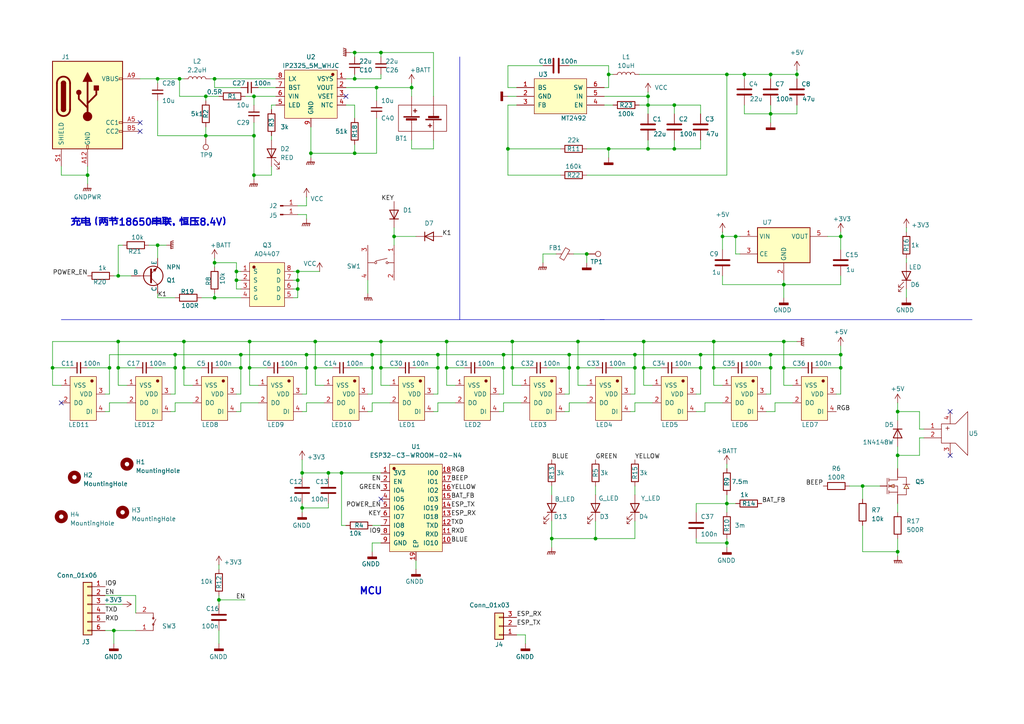
<source format=kicad_sch>
(kicad_sch (version 20231120) (generator "eeschema") (generator_version "8.0")
  (paper "A4")
  (title_block (date "2023-12-04"))
  (junction (at 172.72 156.21))
  (junction (at 72.39 106.68))
  (junction (at 147.32 43.18))
  (junction (at 109.22 25.4))
  (junction (at 73.66 39.37))
  (junction (at 73.66 50.8))
  (junction (at 167.64 106.68))
  (junction (at 107.95 106.68))
  (junction (at 184.15 102.87))
  (junction (at 223.52 106.68))
  (junction (at 146.05 102.87))
  (junction (at 110.49 15.24))
  (junction (at 87.63 137.16))
  (junction (at 165.1 106.68))
  (junction (at 170.18 73.66))
  (junction (at 88.9 102.87))
  (junction (at 59.69 27.94))
  (junction (at 187.96 27.94))
  (junction (at 62.23 76.2))
  (junction (at 119.38 25.4))
  (junction (at 210.82 146.05))
  (junction (at 231.14 21.59))
  (junction (at 68.58 78.74))
  (junction (at 227.33 82.55))
  (junction (at 203.2 106.68))
  (junction (at 260.35 132.08))
  (junction (at 129.54 106.68))
  (junction (at 203.2 102.87))
  (junction (at 114.3 68.58))
  (junction (at 195.58 30.48))
  (junction (at 102.87 44.45))
  (junction (at 243.84 106.68))
  (junction (at 176.53 43.18))
  (junction (at 53.34 106.68))
  (junction (at 52.07 22.86))
  (junction (at 86.36 83.82))
  (junction (at 207.01 99.06))
  (junction (at 187.96 43.18))
  (junction (at 260.35 119.38))
  (junction (at 53.34 99.06))
  (junction (at 127 106.68))
  (junction (at 31.75 106.68))
  (junction (at 45.72 71.12))
  (junction (at 68.58 81.28))
  (junction (at 33.02 182.88))
  (junction (at 186.69 106.68))
  (junction (at 45.72 22.86))
  (junction (at 165.1 102.87))
  (junction (at 69.85 102.87))
  (junction (at 102.87 22.86))
  (junction (at 107.95 102.87))
  (junction (at 207.01 106.68))
  (junction (at 186.69 99.06))
  (junction (at 260.35 160.02))
  (junction (at 195.58 43.18))
  (junction (at 62.23 22.86))
  (junction (at 87.63 147.32))
  (junction (at 110.49 99.06))
  (junction (at 62.23 86.36))
  (junction (at 148.59 106.68))
  (junction (at 215.9 21.59))
  (junction (at 148.59 99.06))
  (junction (at 25.4 50.8))
  (junction (at 86.36 78.74))
  (junction (at 34.29 106.68))
  (junction (at 15.24 106.68))
  (junction (at 86.36 81.28))
  (junction (at 176.53 21.59))
  (junction (at 110.49 106.68))
  (junction (at 72.39 99.06))
  (junction (at 227.33 99.06))
  (junction (at 210.82 21.59))
  (junction (at 34.29 99.06))
  (junction (at 209.55 68.58))
  (junction (at 50.8 102.87))
  (junction (at 184.15 106.68))
  (junction (at 250.19 140.97))
  (junction (at 59.69 39.37))
  (junction (at 73.66 27.94))
  (junction (at 91.44 106.68))
  (junction (at 88.9 106.68))
  (junction (at 167.64 99.06))
  (junction (at 69.85 106.68))
  (junction (at 129.54 99.06))
  (junction (at 91.44 99.06))
  (junction (at 63.5 173.99))
  (junction (at 95.25 137.16))
  (junction (at 223.52 102.87))
  (junction (at 146.05 106.68))
  (junction (at 34.29 80.01))
  (junction (at 127 102.87))
  (junction (at 160.02 156.21))
  (junction (at 99.06 137.16))
  (junction (at 243.84 68.58))
  (junction (at 90.17 44.45))
  (junction (at 187.96 30.48))
  (junction (at 227.33 106.68))
  (junction (at 210.82 157.48))
  (junction (at 223.52 21.59))
  (junction (at 102.87 15.24))
  (junction (at 223.52 33.02))
  (junction (at 213.36 68.58))
  (junction (at 243.84 102.87))
  (junction (at 50.8 106.68))
  (no_connect (at 275.59 132.08))
  (no_connect (at 275.59 119.38))
  (no_connect (at 17.78 116.84))
  (no_connect (at 40.64 35.56))
  (no_connect (at 100.33 27.94))
  (no_connect (at 110.49 144.78))
  (no_connect (at 40.64 38.1))
  (wire (pts (xy 52.07 22.86) (xy 53.34 22.86)))
  (wire (pts (xy 187.96 26.67) (xy 187.96 27.94)))
  (wire (pts (xy 102.87 15.24) (xy 102.87 16.51)))
  (wire (pts (xy 45.72 22.86) (xy 45.72 24.13)))
  (wire (pts (xy 144.78 119.38) (xy 146.05 119.38)))
  (wire (pts (xy 53.34 99.06) (xy 72.39 99.06)))
  (wire (pts (xy 88.9 102.87) (xy 88.9 106.68)))
  (wire (pts (xy 109.22 34.29) (xy 109.22 44.45)))
  (wire (pts (xy 63.5 173.99) (xy 71.12 173.99)))
  (wire (pts (xy 215.9 33.02) (xy 223.52 33.02)))
  (wire (pts (xy 201.93 157.48) (xy 210.82 157.48)))
  (wire (pts (xy 31.75 119.38) (xy 30.48 119.38)))
  (wire (pts (xy 204.47 116.84) (xy 204.47 119.38)))
  (wire (pts (xy 62.23 74.93) (xy 62.23 76.2)))
  (wire (pts (xy 125.73 15.24) (xy 125.73 27.94)))
  (wire (pts (xy 172.72 140.97) (xy 172.72 143.51)))
  (wire (pts (xy 31.75 102.87) (xy 31.75 106.68)))
  (wire (pts (xy 201.93 146.05) (xy 210.82 146.05)))
  (wire (pts (xy 148.59 111.76) (xy 148.59 106.68)))
  (wire (pts (xy 39.37 177.8) (xy 39.37 172.72)))
  (wire (pts (xy 74.93 116.84) (xy 69.85 116.84)))
  (wire (pts (xy 110.49 99.06) (xy 129.54 99.06)))
  (wire (pts (xy 147.32 43.18) (xy 162.56 43.18)))
  (wire (pts (xy 91.44 99.06) (xy 91.44 106.68)))
  (wire (pts (xy 15.24 99.06) (xy 34.29 99.06)))
  (wire (pts (xy 113.03 116.84) (xy 107.95 116.84)))
  (wire (pts (xy 114.3 68.58) (xy 114.3 71.12)))
  (wire (pts (xy 86.36 62.23) (xy 88.9 62.23)))
  (wire (pts (xy 132.08 111.76) (xy 129.54 111.76)))
  (wire (pts (xy 167.64 111.76) (xy 167.64 106.68)))
  (wire (pts (xy 163.83 114.3) (xy 165.1 114.3)))
  (wire (pts (xy 260.35 156.21) (xy 260.35 160.02)))
  (polyline (pts (xy 133.35 92.71) (xy 175.26 92.71)))
  (wire (pts (xy 25.4 50.8) (xy 25.4 53.34)))
  (wire (pts (xy 33.02 182.88) (xy 39.37 182.88)))
  (wire (pts (xy 78.74 30.48) (xy 78.74 31.75)))
  (wire (pts (xy 87.63 133.35) (xy 87.63 137.16)))
  (wire (pts (xy 30.48 175.26) (xy 35.56 175.26)))
  (wire (pts (xy 107.95 157.48) (xy 110.49 157.48)))
  (wire (pts (xy 106.68 114.3) (xy 107.95 114.3)))
  (wire (pts (xy 95.25 137.16) (xy 87.63 137.16)))
  (wire (pts (xy 73.66 50.8) (xy 73.66 52.07)))
  (wire (pts (xy 231.14 20.32) (xy 231.14 21.59)))
  (wire (pts (xy 73.66 39.37) (xy 73.66 50.8)))
  (wire (pts (xy 52.07 27.94) (xy 52.07 22.86)))
  (wire (pts (xy 260.35 146.05) (xy 260.35 148.59)))
  (wire (pts (xy 210.82 50.8) (xy 210.82 21.59)))
  (wire (pts (xy 196.85 106.68) (xy 203.2 106.68)))
  (wire (pts (xy 110.49 16.51) (xy 110.49 15.24)))
  (wire (pts (xy 87.63 146.05) (xy 87.63 147.32)))
  (wire (pts (xy 73.66 35.56) (xy 73.66 39.37)))
  (wire (pts (xy 260.35 132.08) (xy 260.35 135.89)))
  (wire (pts (xy 243.84 80.01) (xy 243.84 82.55)))
  (wire (pts (xy 266.7 119.38) (xy 266.7 124.46)))
  (wire (pts (xy 243.84 68.58) (xy 243.84 72.39)))
  (wire (pts (xy 127 116.84) (xy 127 119.38)))
  (wire (pts (xy 267.97 127) (xy 266.7 127)))
  (wire (pts (xy 114.3 66.04) (xy 114.3 68.58)))
  (wire (pts (xy 127 114.3) (xy 127 106.68)))
  (polyline (pts (xy 133.35 16.51) (xy 133.35 92.71)))
  (wire (pts (xy 149.86 184.15) (xy 152.4 184.15)))
  (wire (pts (xy 34.29 106.68) (xy 39.37 106.68)))
  (wire (pts (xy 176.53 25.4) (xy 175.26 25.4)))
  (wire (pts (xy 73.66 39.37) (xy 59.69 39.37)))
  (wire (pts (xy 53.34 111.76) (xy 53.34 106.68)))
  (wire (pts (xy 209.55 80.01) (xy 209.55 82.55)))
  (wire (pts (xy 229.87 111.76) (xy 227.33 111.76)))
  (wire (pts (xy 127 102.87) (xy 127 106.68)))
  (wire (pts (xy 120.65 162.56) (xy 120.65 165.1)))
  (wire (pts (xy 73.66 27.94) (xy 73.66 30.48)))
  (wire (pts (xy 87.63 119.38) (xy 88.9 119.38)))
  (wire (pts (xy 186.69 106.68) (xy 191.77 106.68)))
  (wire (pts (xy 62.23 86.36) (xy 62.23 85.09)))
  (wire (pts (xy 49.53 119.38) (xy 50.8 119.38)))
  (wire (pts (xy 72.39 99.06) (xy 91.44 99.06)))
  (wire (pts (xy 50.8 116.84) (xy 50.8 119.38)))
  (wire (pts (xy 144.78 114.3) (xy 146.05 114.3)))
  (wire (pts (xy 146.05 102.87) (xy 165.1 102.87)))
  (wire (pts (xy 170.18 50.8) (xy 210.82 50.8)))
  (wire (pts (xy 17.78 48.26) (xy 17.78 50.8)))
  (wire (pts (xy 209.55 68.58) (xy 209.55 72.39)))
  (wire (pts (xy 59.69 29.21) (xy 59.69 27.94)))
  (wire (pts (xy 167.64 99.06) (xy 186.69 99.06)))
  (wire (pts (xy 73.66 27.94) (xy 80.01 27.94)))
  (wire (pts (xy 215.9 21.59) (xy 215.9 22.86)))
  (wire (pts (xy 99.06 152.4) (xy 100.33 152.4)))
  (wire (pts (xy 210.82 146.05) (xy 213.36 146.05)))
  (wire (pts (xy 45.72 71.12) (xy 48.26 71.12)))
  (wire (pts (xy 172.72 156.21) (xy 184.15 156.21)))
  (wire (pts (xy 62.23 25.4) (xy 62.23 22.86)))
  (wire (pts (xy 31.75 116.84) (xy 31.75 119.38)))
  (wire (pts (xy 68.58 83.82) (xy 69.85 83.82)))
  (wire (pts (xy 63.5 106.68) (xy 69.85 106.68)))
  (wire (pts (xy 195.58 40.64) (xy 195.58 43.18)))
  (wire (pts (xy 167.64 106.68) (xy 172.72 106.68)))
  (wire (pts (xy 125.73 114.3) (xy 127 114.3)))
  (wire (pts (xy 243.84 102.87) (xy 243.84 106.68)))
  (wire (pts (xy 176.53 21.59) (xy 177.8 21.59)))
  (wire (pts (xy 95.25 146.05) (xy 95.25 147.32)))
  (wire (pts (xy 162.56 50.8) (xy 147.32 50.8)))
  (wire (pts (xy 110.49 106.68) (xy 115.57 106.68)))
  (wire (pts (xy 189.23 111.76) (xy 186.69 111.76)))
  (wire (pts (xy 201.93 114.3) (xy 203.2 114.3)))
  (wire (pts (xy 209.55 67.31) (xy 209.55 68.58)))
  (wire (pts (xy 86.36 81.28) (xy 86.36 78.74)))
  (wire (pts (xy 72.39 106.68) (xy 77.47 106.68)))
  (wire (pts (xy 90.17 36.83) (xy 90.17 44.45)))
  (wire (pts (xy 165.1 102.87) (xy 165.1 106.68)))
  (wire (pts (xy 147.32 25.4) (xy 149.86 25.4)))
  (wire (pts (xy 266.7 119.38) (xy 260.35 119.38)))
  (wire (pts (xy 229.87 116.84) (xy 224.79 116.84)))
  (wire (pts (xy 215.9 21.59) (xy 223.52 21.59)))
  (wire (pts (xy 266.7 127) (xy 266.7 132.08)))
  (wire (pts (xy 101.6 106.68) (xy 107.95 106.68)))
  (wire (pts (xy 187.96 43.18) (xy 187.96 40.64)))
  (wire (pts (xy 33.02 80.01) (xy 34.29 80.01)))
  (wire (pts (xy 99.06 137.16) (xy 110.49 137.16)))
  (wire (pts (xy 222.25 119.38) (xy 224.79 119.38)))
  (wire (pts (xy 62.23 86.36) (xy 69.85 86.36)))
  (wire (pts (xy 157.48 73.66) (xy 157.48 76.2)))
  (wire (pts (xy 93.98 111.76) (xy 91.44 111.76)))
  (wire (pts (xy 45.72 86.36) (xy 50.8 86.36)))
  (wire (pts (xy 209.55 116.84) (xy 204.47 116.84)))
  (wire (pts (xy 184.15 102.87) (xy 184.15 106.68)))
  (wire (pts (xy 55.88 116.84) (xy 50.8 116.84)))
  (wire (pts (xy 182.88 114.3) (xy 184.15 114.3)))
  (wire (pts (xy 227.33 111.76) (xy 227.33 106.68)))
  (wire (pts (xy 186.69 111.76) (xy 186.69 106.68)))
  (wire (pts (xy 68.58 114.3) (xy 69.85 114.3)))
  (wire (pts (xy 119.38 40.64) (xy 119.38 43.18)))
  (wire (pts (xy 62.23 22.86) (xy 80.01 22.86)))
  (wire (pts (xy 177.8 106.68) (xy 184.15 106.68)))
  (wire (pts (xy 267.97 124.46) (xy 266.7 124.46)))
  (wire (pts (xy 151.13 111.76) (xy 148.59 111.76)))
  (wire (pts (xy 60.96 22.86) (xy 62.23 22.86)))
  (wire (pts (xy 102.87 22.86) (xy 110.49 22.86)))
  (wire (pts (xy 160.02 156.21) (xy 160.02 158.75)))
  (wire (pts (xy 250.19 140.97) (xy 246.38 140.97)))
  (wire (pts (xy 107.95 116.84) (xy 107.95 119.38)))
  (wire (pts (xy 243.84 67.31) (xy 243.84 68.58)))
  (wire (pts (xy 147.32 50.8) (xy 147.32 43.18)))
  (wire (pts (xy 69.85 119.38) (xy 68.58 119.38)))
  (wire (pts (xy 187.96 30.48) (xy 187.96 33.02)))
  (wire (pts (xy 210.82 158.75) (xy 210.82 157.48)))
  (wire (pts (xy 217.17 106.68) (xy 223.52 106.68)))
  (wire (pts (xy 99.06 137.16) (xy 99.06 152.4)))
  (wire (pts (xy 82.55 106.68) (xy 88.9 106.68)))
  (wire (pts (xy 184.15 116.84) (xy 184.15 119.38)))
  (wire (pts (xy 95.25 137.16) (xy 99.06 137.16)))
  (wire (pts (xy 146.05 102.87) (xy 146.05 106.68)))
  (wire (pts (xy 88.9 59.69) (xy 86.36 59.69)))
  (wire (pts (xy 172.72 151.13) (xy 172.72 156.21)))
  (wire (pts (xy 63.5 173.99) (xy 63.5 175.26)))
  (wire (pts (xy 34.29 111.76) (xy 34.29 106.68)))
  (wire (pts (xy 59.69 27.94) (xy 52.07 27.94)))
  (wire (pts (xy 160.02 140.97) (xy 160.02 143.51)))
  (wire (pts (xy 114.3 68.58) (xy 120.65 68.58)))
  (wire (pts (xy 109.22 25.4) (xy 119.38 25.4)))
  (wire (pts (xy 176.53 43.18) (xy 176.53 45.72)))
  (wire (pts (xy 203.2 102.87) (xy 203.2 106.68)))
  (wire (pts (xy 68.58 81.28) (xy 69.85 81.28)))
  (wire (pts (xy 86.36 83.82) (xy 86.36 81.28)))
  (wire (pts (xy 203.2 30.48) (xy 195.58 30.48)))
  (wire (pts (xy 215.9 33.02) (xy 215.9 30.48)))
  (wire (pts (xy 210.82 21.59) (xy 185.42 21.59)))
  (wire (pts (xy 139.7 106.68) (xy 146.05 106.68)))
  (wire (pts (xy 69.85 78.74) (xy 68.58 78.74)))
  (wire (pts (xy 59.69 27.94) (xy 63.5 27.94)))
  (wire (pts (xy 210.82 143.51) (xy 210.82 146.05)))
  (wire (pts (xy 55.88 111.76) (xy 53.34 111.76)))
  (wire (pts (xy 36.83 116.84) (xy 31.75 116.84)))
  (wire (pts (xy 69.85 114.3) (xy 69.85 106.68)))
  (wire (pts (xy 210.82 134.62) (xy 210.82 135.89)))
  (wire (pts (xy 195.58 33.02) (xy 195.58 30.48)))
  (wire (pts (xy 158.75 106.68) (xy 165.1 106.68)))
  (wire (pts (xy 31.75 114.3) (xy 31.75 106.68)))
  (wire (pts (xy 91.44 99.06) (xy 110.49 99.06)))
  (wire (pts (xy 88.9 114.3) (xy 88.9 106.68)))
  (wire (pts (xy 72.39 111.76) (xy 72.39 106.68)))
  (wire (pts (xy 186.69 99.06) (xy 207.01 99.06)))
  (wire (pts (xy 40.64 22.86) (xy 45.72 22.86)))
  (wire (pts (xy 149.86 30.48) (xy 147.32 30.48)))
  (wire (pts (xy 95.25 137.16) (xy 95.25 138.43)))
  (wire (pts (xy 184.15 102.87) (xy 203.2 102.87)))
  (wire (pts (xy 160.02 151.13) (xy 160.02 156.21)))
  (wire (pts (xy 45.72 39.37) (xy 59.69 39.37)))
  (wire (pts (xy 250.19 140.97) (xy 255.27 140.97)))
  (wire (pts (xy 39.37 172.72) (xy 30.48 172.72)))
  (wire (pts (xy 125.73 40.64) (xy 125.73 43.18)))
  (wire (pts (xy 53.34 99.06) (xy 53.34 106.68)))
  (wire (pts (xy 30.48 114.3) (xy 31.75 114.3)))
  (wire (pts (xy 262.89 66.04) (xy 262.89 67.31)))
  (wire (pts (xy 148.59 106.68) (xy 153.67 106.68)))
  (wire (pts (xy 88.9 102.87) (xy 107.95 102.87)))
  (wire (pts (xy 250.19 144.78) (xy 250.19 140.97)))
  (wire (pts (xy 222.25 114.3) (xy 223.52 114.3)))
  (wire (pts (xy 87.63 147.32) (xy 87.63 148.59)))
  (wire (pts (xy 260.35 160.02) (xy 260.35 161.29)))
  (wire (pts (xy 25.4 106.68) (xy 31.75 106.68)))
  (wire (pts (xy 243.84 100.33) (xy 243.84 102.87)))
  (wire (pts (xy 147.32 30.48) (xy 147.32 43.18)))
  (wire (pts (xy 68.58 76.2) (xy 68.58 78.74)))
  (wire (pts (xy 93.98 116.84) (xy 88.9 116.84)))
  (wire (pts (xy 175.26 30.48) (xy 177.8 30.48)))
  (wire (pts (xy 227.33 81.28) (xy 227.33 82.55)))
  (wire (pts (xy 78.74 39.37) (xy 78.74 40.64)))
  (polyline (pts (xy 17.78 92.71) (xy 133.35 92.71)))
  (wire (pts (xy 58.42 86.36) (xy 62.23 86.36)))
  (wire (pts (xy 224.79 116.84) (xy 224.79 119.38)))
  (wire (pts (xy 113.03 111.76) (xy 110.49 111.76)))
  (wire (pts (xy 50.8 114.3) (xy 50.8 106.68)))
  (wire (pts (xy 109.22 25.4) (xy 109.22 29.21)))
  (wire (pts (xy 175.26 27.94) (xy 187.96 27.94)))
  (wire (pts (xy 72.39 99.06) (xy 72.39 106.68)))
  (wire (pts (xy 129.54 106.68) (xy 134.62 106.68)))
  (wire (pts (xy 227.33 82.55) (xy 243.84 82.55)))
  (wire (pts (xy 203.2 43.18) (xy 195.58 43.18)))
  (wire (pts (xy 203.2 40.64) (xy 203.2 43.18)))
  (wire (pts (xy 129.54 99.06) (xy 148.59 99.06)))
  (wire (pts (xy 74.93 25.4) (xy 80.01 25.4)))
  (wire (pts (xy 207.01 111.76) (xy 207.01 106.68)))
  (wire (pts (xy 100.33 22.86) (xy 102.87 22.86)))
  (wire (pts (xy 203.2 114.3) (xy 203.2 106.68)))
  (wire (pts (xy 243.84 114.3) (xy 243.84 106.68)))
  (wire (pts (xy 201.93 148.59) (xy 201.93 146.05)))
  (wire (pts (xy 165.1 114.3) (xy 165.1 106.68)))
  (wire (pts (xy 185.42 30.48) (xy 187.96 30.48)))
  (wire (pts (xy 109.22 44.45) (xy 102.87 44.45)))
  (wire (pts (xy 146.05 114.3) (xy 146.05 106.68)))
  (wire (pts (xy 15.24 111.76) (xy 15.24 106.68)))
  (wire (pts (xy 176.53 43.18) (xy 187.96 43.18)))
  (wire (pts (xy 227.33 99.06) (xy 227.33 106.68)))
  (wire (pts (xy 86.36 78.74) (xy 92.71 78.74)))
  (wire (pts (xy 125.73 15.24) (xy 110.49 15.24)))
  (wire (pts (xy 189.23 116.84) (xy 184.15 116.84)))
  (wire (pts (xy 223.52 33.02) (xy 223.52 35.56)))
  (wire (pts (xy 182.88 119.38) (xy 184.15 119.38)))
  (wire (pts (xy 167.64 99.06) (xy 167.64 106.68)))
  (wire (pts (xy 15.24 106.68) (xy 20.32 106.68)))
  (wire (pts (xy 63.5 163.83) (xy 63.5 165.1)))
  (wire (pts (xy 102.87 15.24) (xy 101.6 15.24)))
  (wire (pts (xy 147.32 19.05) (xy 147.32 25.4)))
  (wire (pts (xy 49.53 114.3) (xy 50.8 114.3)))
  (wire (pts (xy 62.23 76.2) (xy 62.23 77.47)))
  (wire (pts (xy 201.93 156.21) (xy 201.93 157.48)))
  (wire (pts (xy 132.08 116.84) (xy 127 116.84)))
  (wire (pts (xy 231.14 22.86) (xy 231.14 21.59)))
  (wire (pts (xy 260.35 132.08) (xy 260.35 129.54)))
  (wire (pts (xy 231.14 30.48) (xy 231.14 33.02)))
  (wire (pts (xy 90.17 44.45) (xy 102.87 44.45)))
  (wire (pts (xy 63.5 172.72) (xy 63.5 173.99)))
  (wire (pts (xy 50.8 102.87) (xy 50.8 106.68)))
  (wire (pts (xy 68.58 81.28) (xy 68.58 83.82)))
  (wire (pts (xy 87.63 114.3) (xy 88.9 114.3)))
  (wire (pts (xy 163.83 119.38) (xy 165.1 119.38)))
  (wire (pts (xy 110.49 99.06) (xy 110.49 106.68)))
  (wire (pts (xy 152.4 184.15) (xy 152.4 186.69)))
  (wire (pts (xy 170.18 116.84) (xy 165.1 116.84)))
  (wire (pts (xy 129.54 111.76) (xy 129.54 106.68)))
  (wire (pts (xy 165.1 116.84) (xy 165.1 119.38)))
  (wire (pts (xy 45.72 74.93) (xy 45.72 71.12)))
  (wire (pts (xy 223.52 114.3) (xy 223.52 106.68)))
  (wire (pts (xy 149.86 27.94) (xy 147.32 27.94)))
  (wire (pts (xy 148.59 99.06) (xy 148.59 106.68)))
  (wire (pts (xy 50.8 102.87) (xy 69.85 102.87)))
  (wire (pts (xy 45.72 86.36) (xy 45.72 85.09)))
  (wire (pts (xy 120.65 106.68) (xy 127 106.68)))
  (wire (pts (xy 106.68 81.28) (xy 106.68 85.09)))
  (wire (pts (xy 88.9 62.23) (xy 88.9 63.5)))
  (wire (pts (xy 203.2 33.02) (xy 203.2 30.48)))
  (wire (pts (xy 31.75 102.87) (xy 50.8 102.87)))
  (wire (pts (xy 165.1 102.87) (xy 184.15 102.87)))
  (wire (pts (xy 102.87 30.48) (xy 102.87 34.29)))
  (wire (pts (xy 86.36 86.36) (xy 86.36 83.82)))
  (wire (pts (xy 223.52 102.87) (xy 223.52 106.68)))
  (wire (pts (xy 34.29 80.01) (xy 34.29 71.12)))
  (wire (pts (xy 170.18 43.18) (xy 176.53 43.18)))
  (wire (pts (xy 223.52 33.02) (xy 231.14 33.02)))
  (wire (pts (xy 74.93 111.76) (xy 72.39 111.76)))
  (wire (pts (xy 119.38 25.4) (xy 119.38 27.94)))
  (wire (pts (xy 119.38 43.18) (xy 125.73 43.18)))
  (wire (pts (xy 102.87 21.59) (xy 102.87 22.86)))
  (wire (pts (xy 107.95 102.87) (xy 127 102.87)))
  (wire (pts (xy 237.49 106.68) (xy 243.84 106.68)))
  (wire (pts (xy 160.02 156.21) (xy 172.72 156.21)))
  (wire (pts (xy 165.1 19.05) (xy 176.53 19.05)))
  (wire (pts (xy 213.36 73.66) (xy 214.63 73.66)))
  (wire (pts (xy 146.05 116.84) (xy 146.05 119.38)))
  (wire (pts (xy 45.72 22.86) (xy 52.07 22.86)))
  (wire (pts (xy 106.68 119.38) (xy 107.95 119.38)))
  (wire (pts (xy 262.89 83.82) (xy 262.89 86.36)))
  (wire (pts (xy 186.69 99.06) (xy 186.69 106.68)))
  (wire (pts (xy 85.09 86.36) (xy 86.36 86.36)))
  (wire (pts (xy 210.82 146.05) (xy 210.82 148.59)))
  (wire (pts (xy 34.29 99.06) (xy 53.34 99.06)))
  (wire (pts (xy 91.44 106.68) (xy 96.52 106.68)))
  (wire (pts (xy 36.83 111.76) (xy 34.29 111.76)))
  (wire (pts (xy 110.49 15.24) (xy 102.87 15.24)))
  (wire (pts (xy 209.55 111.76) (xy 207.01 111.76)))
  (wire (pts (xy 25.4 48.26) (xy 25.4 50.8)))
  (wire (pts (xy 78.74 48.26) (xy 78.74 50.8)))
  (wire (pts (xy 30.48 182.88) (xy 33.02 182.88)))
  (wire (pts (xy 69.85 102.87) (xy 69.85 106.68)))
  (wire (pts (xy 17.78 111.76) (xy 15.24 111.76)))
  (wire (pts (xy 262.89 74.93) (xy 262.89 76.2)))
  (wire (pts (xy 45.72 29.21) (xy 45.72 39.37)))
  (wire (pts (xy 127 102.87) (xy 146.05 102.87)))
  (wire (pts (xy 85.09 78.74) (xy 86.36 78.74)))
  (polyline (pts (xy 175.26 92.71) (xy 281.94 92.71)))
  (wire (pts (xy 87.63 137.16) (xy 87.63 138.43)))
  (wire (pts (xy 102.87 41.91) (xy 102.87 44.45)))
  (wire (pts (xy 71.12 27.94) (xy 73.66 27.94)))
  (wire (pts (xy 68.58 78.74) (xy 68.58 81.28)))
  (wire (pts (xy 34.29 80.01) (xy 38.1 80.01)))
  (wire (pts (xy 44.45 106.68) (xy 50.8 106.68)))
  (wire (pts (xy 176.53 19.05) (xy 176.53 21.59)))
  (wire (pts (xy 157.48 73.66) (xy 161.29 73.66)))
  (wire (pts (xy 85.09 81.28) (xy 86.36 81.28)))
  (wire (pts (xy 59.69 36.83) (xy 59.69 39.37)))
  (wire (pts (xy 34.29 99.06) (xy 34.29 106.68)))
  (wire (pts (xy 240.03 68.58) (xy 243.84 68.58)))
  (wire (pts (xy 107.95 102.87) (xy 107.95 106.68)))
  (wire (pts (xy 85.09 83.82) (xy 86.36 83.82)))
  (wire (pts (xy 151.13 116.84) (xy 146.05 116.84)))
  (wire (pts (xy 187.96 27.94) (xy 187.96 30.48)))
  (wire (pts (xy 157.48 19.05) (xy 147.32 19.05)))
  (wire (pts (xy 110.49 22.86) (xy 110.49 21.59)))
  (wire (pts (xy 201.93 119.38) (xy 204.47 119.38)))
  (wire (pts (xy 210.82 21.59) (xy 215.9 21.59)))
  (wire (pts (xy 33.02 182.88) (xy 33.02 186.69)))
  (wire (pts (xy 242.57 114.3) (xy 243.84 114.3)))
  (wire (pts (xy 223.52 21.59) (xy 231.14 21.59)))
  (wire (pts (xy 195.58 43.18) (xy 187.96 43.18)))
  (wire (pts (xy 91.44 111.76) (xy 91.44 106.68)))
  (wire (pts (xy 203.2 102.87) (xy 223.52 102.87)))
  (wire (pts (xy 107.95 152.4) (xy 110.49 152.4)))
  (wire (pts (xy 17.78 50.8) (xy 25.4 50.8)))
  (wire (pts (xy 107.95 114.3) (xy 107.95 106.68)))
  (wire (pts (xy 78.74 50.8) (xy 73.66 50.8)))
  (wire (pts (xy 127 119.38) (xy 125.73 119.38)))
  (wire (pts (xy 119.38 24.13) (xy 119.38 25.4)))
  (wire (pts (xy 90.17 44.45) (xy 90.17 45.72)))
  (wire (pts (xy 170.18 73.66) (xy 170.18 76.2)))
  (wire (pts (xy 250.19 160.02) (xy 250.19 152.4)))
  (wire (pts (xy 231.14 99.06) (xy 227.33 99.06)))
  (wire (pts (xy 207.01 106.68) (xy 212.09 106.68)))
  (wire (pts (xy 223.52 102.87) (xy 243.84 102.87)))
  (wire (pts (xy 166.37 73.66) (xy 170.18 73.66)))
  (wire (pts (xy 250.19 160.02) (xy 260.35 160.02)))
  (wire (pts (xy 260.35 116.84) (xy 260.35 119.38)))
  (wire (pts (xy 223.52 30.48) (xy 223.52 33.02)))
  (wire (pts (xy 213.36 73.66) (xy 213.36 68.58)))
  (wire (pts (xy 100.33 30.48) (xy 102.87 30.48)))
  (wire (pts (xy 210.82 157.48) (xy 210.82 156.21)))
  (wire (pts (xy 184.15 151.13) (xy 184.15 156.21)))
  (wire (pts (xy 266.7 132.08) (xy 260.35 132.08)))
  (wire (pts (xy 223.52 22.86) (xy 223.52 21.59)))
  (wire (pts (xy 107.95 157.48) (xy 107.95 160.02)))
  (wire (pts (xy 45.72 71.12) (xy 43.18 71.12)))
  (wire (pts (xy 129.54 99.06) (xy 129.54 106.68)))
  (wire (pts (xy 176.53 21.59) (xy 176.53 25.4)))
  (wire (pts (xy 69.85 102.87) (xy 88.9 102.87)))
  (wire (pts (xy 227.33 82.55) (xy 227.33 86.36)))
  (wire (pts (xy 80.01 30.48) (xy 78.74 30.48)))
  (wire (pts (xy 170.18 111.76) (xy 167.64 111.76)))
  (wire (pts (xy 69.85 116.84) (xy 69.85 119.38)))
  (wire (pts (xy 34.29 71.12) (xy 35.56 71.12)))
  (wire (pts (xy 227.33 106.68) (xy 232.41 106.68)))
  (wire (pts (xy 209.55 82.55) (xy 227.33 82.55)))
  (wire (pts (xy 62.23 25.4) (xy 69.85 25.4)))
  (polyline (pts (xy 175.26 92.71) (xy 173.99 92.71)))
  (wire (pts (xy 260.35 119.38) (xy 260.35 121.92)))
  (wire (pts (xy 88.9 57.15) (xy 88.9 59.69)))
  (wire (pts (xy 63.5 182.88) (xy 63.5 186.69)))
  (wire (pts (xy 207.01 99.06) (xy 227.33 99.06)))
  (wire (pts (xy 184.15 114.3) (xy 184.15 106.68)))
  (wire (pts (xy 184.15 140.97) (xy 184.15 143.51)))
  (wire (pts (xy 110.49 111.76) (xy 110.49 106.68)))
  (wire (pts (xy 148.59 99.06) (xy 167.64 99.06)))
  (wire (pts (xy 209.55 68.58) (xy 213.36 68.58)))
  (wire (pts (xy 88.9 116.84) (xy 88.9 119.38)))
  (wire (pts (xy 207.01 99.06) (xy 207.01 106.68)))
  (wire (pts (xy 95.25 147.32) (xy 87.63 147.32)))
  (wire (pts (xy 15.24 99.06) (xy 15.24 106.68)))
  (wire (pts (xy 62.23 76.2) (xy 68.58 76.2)))
  (wire (pts (xy 213.36 68.58) (xy 214.63 68.58)))
  (wire (pts (xy 100.33 25.4) (xy 109.22 25.4)))
  (wire (pts (xy 53.34 106.68) (xy 58.42 106.68)))
  (wire (pts (xy 195.58 30.48) (xy 187.96 30.48)))
  (text "充电（两节18650串联，恒压8.4V）" (at 20.32 65.786 0) (effects (font (size 2 2) (thickness 0.4) (bold yes)) (justify left bottom)))
  (text "MCU" (at 104.14 172.72 0) (effects (font (size 2 2) (thickness 0.4) (bold yes)) (justify left bottom)))
  (label "TXD" (at 130.81 152.4 0))
  (label "TXD" (at 30.48 177.8 0))
  (label "POWER_EN" (at 25.4 80.01 180))
  (label "EN" (at 30.48 172.72 0))
  (label "IO9" (at 30.48 170.18 0))
  (label "YELLOW" (at 130.81 142.24 0))
  (label "POWER_EN" (at 110.49 147.32 180))
  (label "EN" (at 110.49 139.7 180))
  (label "EN" (at 71.12 173.99 180))
  (label "K1" (at 45.72 86.36 0))
  (label "KEY" (at 114.3 58.42 180))
  (label "K1" (at 128.27 68.58 0))
  (label "RGB" (at 130.81 137.16 0))
  (label "ESP_TX" (at 130.81 147.32 0))
  (label "RXD" (at 30.48 180.34 0))
  (label "KEY" (at 110.49 149.86 180))
  (label "IO9" (at 110.49 154.94 180))
  (label "RXD" (at 130.81 154.94 0))
  (label "BAT_FB" (at 130.81 144.78 0))
  (label "BEEP" (at 238.76 140.97 180))
  (label "RGB" (at 242.57 119.38 0))
  (label "GREEN" (at 172.72 133.35 0))
  (label "BLUE" (at 160.02 133.35 0))
  (label "BLUE" (at 130.81 157.48 0))
  (label "ESP_RX" (at 130.81 149.86 0))
  (label "ESP_RX" (at 149.86 179.07 0))
  (label "GREEN" (at 110.49 142.24 180))
  (label "ESP_TX" (at 149.86 181.61 0))
  (label "BAT_FB" (at 220.98 146.05 0))
  (label "YELLOW" (at 184.15 133.35 0))
  (label "BEEP" (at 130.81 139.7 0))
  (symbol (lib_id "Connector:Conn_01x01_Pin") (at 81.28 62.23 0) (unit 1)
    (property "Reference" "J5" (at 79.248 62.484 0))
    (property "Value" "Conn_01x01_Pin" (effects (hide yes)))
    (property "Footprint" "TestPoint:TestPoint_Pad_D4.0mm" (effects (hide yes)))
    (property "Description" "Generic connector, single row, 01x01, script generated" (effects (hide yes)))
  )
  (symbol (lib_id "power:+BATT") (at 119.38 24.13 0) (unit 1)
    (property "Reference" "#PWR03" (effects (hide yes)))
    (property "Value" "+BATT" (at 121.92 20.32 0))
  )
  (symbol (lib_id "Device:C") (at 195.58 36.83 0) (mirror y) (unit 1)
    (property "Reference" "C2" (at 196.85 34.544 0) (effects (justify right)))
    (property "Value" "100n" (at 197.104 38.862 0) (effects (justify right)))
    (property "Footprint" "Capacitor_SMD:C_0603_1608Metric_Pad1.08x0.95mm_HandSolder" (effects (hide yes)))
    (property "Description" "Unpolarized capacitor" (effects (hide yes)))
  )
  (symbol (lib_id "Device:LED") (at 184.15 147.32 270) (mirror x) (unit 1)
    (property "Reference" "D4" (at 186.69 149.86 90))
    (property "Value" "Y_LED" (at 188.722 144.526 90))
    (property "Footprint" "LED_SMD:LED_0603_1608Metric_Pad1.05x0.95mm_HandSolder" (effects (hide yes)))
  )
  (symbol (lib_id "Device:C_Small") (at 80.01 106.68 90) (unit 1)
    (property "Reference" "C6" (at 78.74 105.41 90) (effects (justify left)))
    (property "Value" "100n" (at 86.36 105.41 90) (effects (justify left)))
    (property "Footprint" "Capacitor_SMD:C_0603_1608Metric_Pad1.08x0.95mm_HandSolder" (effects (hide yes)))
  )
  (symbol (lib_id "power:GNDPWR") (at 25.4 53.34 0) (unit 1)
    (property "Reference" "#PWR02" (effects (hide yes)))
    (property "Value" "GNDPWR" (at 25.4 57.15 0))
  )
  (symbol (lib_id "Device:C_Small") (at 118.11 106.68 90) (unit 1)
    (property "Reference" "C30" (at 116.84 105.41 90) (effects (justify left)))
    (property "Value" "100n" (at 124.46 105.41 90) (effects (justify left)))
    (property "Footprint" "Capacitor_SMD:C_0603_1608Metric_Pad1.08x0.95mm_HandSolder" (effects (hide yes)))
  )
  (symbol (lib_id "Device:C") (at 161.29 19.05 90) (mirror x) (unit 1)
    (property "Reference" "C18" (at 156.21 17.78 90) (effects (justify right)))
    (property "Value" "100n" (at 162.56 17.78 90) (effects (justify right)))
    (property "Footprint" "Capacitor_SMD:C_0603_1608Metric_Pad1.08x0.95mm_HandSolder" (effects (hide yes)))
    (property "Description" "Unpolarized capacitor" (effects (hide yes)))
  )
  (symbol (lib_id "Device:R") (at 29.21 80.01 90) (mirror x) (unit 1)
    (property "Reference" "R20" (at 28.956 81.788 90))
    (property "Value" "1k" (at 29.718 77.724 90))
    (property "Footprint" "Resistor_SMD:R_0603_1608Metric_Pad0.98x0.95mm_HandSolder" (effects (hide yes)))
    (property "Description" "Resistor" (effects (hide yes)))
  )
  (symbol (lib_id "power:GNDPWR") (at 101.6 15.24 270) (unit 1)
    (property "Reference" "#PWR035" (effects (hide yes)))
    (property "Value" "GNDPWR" (effects (hide yes)))
  )
  (symbol (lib_id "Device:R") (at 160.02 137.16 0) (mirror y) (unit 1)
    (property "Reference" "R13" (at 160.02 137.16 90))
    (property "Value" "3k" (at 162.56 137.16 0))
    (property "Footprint" "Resistor_SMD:R_0603_1608Metric_Pad0.98x0.95mm_HandSolder" (effects (hide yes)))
  )
  (symbol (lib_id "power:GNDD") (at 152.4 186.69 0) (unit 1)
    (property "Reference" "#PWR030" (effects (hide yes)))
    (property "Value" "GNDD" (at 154.94 190.5 0) (effects (justify right)))
  )
  (symbol (lib_id "power:GNDPWR") (at 160.02 158.75 0) (unit 1)
    (property "Reference" "#PWR042" (effects (hide yes)))
    (property "Value" "GNDPWR" (effects (hide yes)))
  )
  (symbol (lib_id "power:GNDPWR") (at 106.68 85.09 0) (mirror y) (unit 1)
    (property "Reference" "#PWR07" (effects (hide yes)))
    (property "Value" "GNDPWR" (effects (hide yes)))
  )
  (symbol (lib_id "Device:C_Small") (at 102.87 19.05 0) (mirror x) (unit 1)
    (property "Reference" "C10" (at 104.14 20.32 0) (effects (justify left)))
    (property "Value" "22u" (at 104.14 17.78 0) (effects (justify left)))
    (property "Footprint" "Capacitor_SMD:C_0805_2012Metric_Pad1.18x1.45mm_HandSolder" (effects (hide yes)))
  )
  (symbol (lib_id "Device:R") (at 210.82 139.7 180) (unit 1)
    (property "Reference" "R9" (at 210.82 139.7 90))
    (property "Value" "7.5m" (at 214.63 139.7 0))
    (property "Footprint" "Resistor_SMD:R_0603_1608Metric_Pad0.98x0.95mm_HandSolder" (effects (hide yes)))
  )
  (symbol (lib_id "power:GNDD") (at 176.53 45.72 0) (unit 1)
    (property "Reference" "#PWR013" (effects (hide yes)))
    (property "Value" "GNDD" (effects (hide yes)))
  )
  (symbol (lib_id "Device:R") (at 78.74 35.56 180) (unit 1)
    (property "Reference" "R3" (at 78.74 35.56 90))
    (property "Value" "3k" (at 82.55 36.83 0))
    (property "Footprint" "Resistor_SMD:R_0603_1608Metric_Pad0.98x0.95mm_HandSolder" (effects (hide yes)))
  )
  (symbol (lib_id "bat_rf:XL-4020RGBC-WS2812B") (at 119.38 115.57 0) (mirror y) (unit 1)
    (property "Reference" "LED1" (at 118.11 123.19 0))
    (property "Value" "XL-4020RGBC-WS2812B" (effects (hide yes)))
    (property "Footprint" "bat_rf:LED-SMD_4P-L4.0-W1.7_M4020-03003-RGB-862-001" (effects (hide yes)))
    (property "uuid" "std:87ab9b653dba44ac8d7319559d69e3f0" (effects (hide yes)))
  )
  (symbol (lib_id "Device:C") (at 231.14 26.67 0) (mirror y) (unit 1)
    (property "Reference" "C8" (at 232.41 24.384 0) (effects (justify right)))
    (property "Value" "47u" (at 232.664 28.702 0) (effects (justify right)))
    (property "Footprint" "Capacitor_SMD:C_0603_1608Metric_Pad1.08x0.95mm_HandSolder" (effects (hide yes)))
    (property "Description" "Unpolarized capacitor" (effects (hide yes)))
  )
  (symbol (lib_id "Device:R") (at 260.35 152.4 180) (unit 1)
    (property "Reference" "R17" (at 262.89 151.1299 0) (effects (justify right)))
    (property "Value" "500R" (at 262.89 153.6699 0) (effects (justify right)))
    (property "Footprint" "Resistor_SMD:R_0603_1608Metric_Pad0.98x0.95mm_HandSolder" (effects (hide yes)))
  )
  (symbol (lib_id "Device:C_Small") (at 110.49 19.05 0) (mirror x) (unit 1)
    (property "Reference" "C26" (at 111.76 20.32 0) (effects (justify left)))
    (property "Value" "22u" (at 111.76 17.78 0) (effects (justify left)))
    (property "Footprint" "Capacitor_SMD:C_0805_2012Metric_Pad1.18x1.45mm_HandSolder" (effects (hide yes)))
  )
  (symbol (lib_id "power:GNDD") (at 262.89 86.36 0) (unit 1)
    (property "Reference" "#PWR050" (effects (hide yes)))
    (property "Value" "GNDD" (at 265.176 89.916 0) (effects (justify right)))
  )
  (symbol (lib_id "power:+BATT") (at 210.82 134.62 0) (unit 1)
    (property "Reference" "#PWR040" (effects (hide yes)))
    (property "Value" "+BATT" (at 210.82 130.81 0))
  )
  (symbol (lib_id "Mechanical:MountingHole") (at 35.56 148.59 0) (unit 1)
    (property "Reference" "H3" (at 38.1 147.955 0) (effects (justify left)))
    (property "Value" "MountingHole" (at 38.1 150.495 0) (effects (justify left)))
    (property "Footprint" "MountingHole:MountingHole_2.2mm_M2_Pad" (effects (hide yes)))
  )
  (symbol (lib_id "Device:C") (at 63.5 179.07 0) (unit 1)
    (property "Reference" "C16" (at 59.69 176.53 0) (effects (justify left)))
    (property "Value" "100n" (at 58.42 181.61 0) (effects (justify left)))
    (property "Footprint" "Capacitor_SMD:C_0603_1608Metric_Pad1.08x0.95mm_HandSolder" (effects (hide yes)))
  )
  (symbol (lib_id "bat_rf:ESP32-C3-WROOM-02-N4") (at 120.65 148.59 0) (unit 1)
    (property "Reference" "U1" (at 120.65 129.54 0))
    (property "Value" "ESP32-C3-WROOM-02-N4" (at 120.65 132.08 0))
    (property "Footprint" "bat_rf:BULETM-SMD_18P-L20.0-W18.0-P1.50_ESP32-C3-WROOM" (effects (hide yes)))
    (property "Description" "C9900000362" (effects (hide yes)))
    (property "uuid" "std:80e57613425b46c2881201d76cb7a63c" (effects (hide yes)))
  )
  (symbol (lib_id "Device:R") (at 242.57 140.97 90) (unit 1)
    (property "Reference" "R6" (at 242.57 135.89 90))
    (property "Value" "100R" (at 242.57 138.43 90))
    (property "Footprint" "Resistor_SMD:R_0603_1608Metric_Pad0.98x0.95mm_HandSolder" (effects (hide yes)))
  )
  (symbol (lib_id "Device:C_Small") (at 22.86 106.68 90) (unit 1)
    (property "Reference" "C11" (at 21.59 105.41 90) (effects (justify left)))
    (property "Value" "100n" (at 29.21 105.41 90) (effects (justify left)))
    (property "Footprint" "Capacitor_SMD:C_0603_1608Metric_Pad1.08x0.95mm_HandSolder" (effects (hide yes)))
  )
  (symbol (lib_id "power:GNDPWR") (at 73.66 52.07 0) (unit 1)
    (property "Reference" "#PWR036" (effects (hide yes)))
    (property "Value" "GNDPWR" (effects (hide yes)))
  )
  (symbol (lib_id "power:GNDPWR") (at 88.9 63.5 0) (unit 1)
    (property "Reference" "#PWR044" (effects (hide yes)))
    (property "Value" "GNDPWR" (effects (hide yes)))
  )
  (symbol (lib_id "bat_rf:XL-4020RGBC-WS2812B") (at 43.18 115.57 0) (mirror y) (unit 1)
    (property "Reference" "LED12" (at 41.91 123.19 0))
    (property "Value" "XL-4020RGBC-WS2812B" (effects (hide yes)))
    (property "Footprint" "bat_rf:LED-SMD_4P-L4.0-W1.7_M4020-03003-RGB-862-001" (effects (hide yes)))
    (property "uuid" "std:87ab9b653dba44ac8d7319559d69e3f0" (effects (hide yes)))
  )
  (symbol (lib_id "Device:R") (at 102.87 38.1 180) (unit 1)
    (property "Reference" "R18" (at 102.87 38.1 90))
    (property "Value" "51k" (at 99.06 38.1 0))
    (property "Footprint" "Resistor_SMD:R_0603_1608Metric_Pad0.98x0.95mm_HandSolder" (effects (hide yes)))
  )
  (symbol (lib_id "Device:C") (at 203.2 36.83 0) (mirror y) (unit 1)
    (property "Reference" "C3" (at 204.47 34.544 0) (effects (justify right)))
    (property "Value" "47u" (at 204.724 38.862 0) (effects (justify right)))
    (property "Footprint" "Capacitor_SMD:C_0603_1608Metric_Pad1.08x0.95mm_HandSolder" (effects (hide yes)))
    (property "Description" "Unpolarized capacitor" (effects (hide yes)))
  )
  (symbol (lib_id "Device:R") (at 54.61 86.36 90) (unit 1)
    (property "Reference" "R19" (at 54.356 84.582 90))
    (property "Value" "100R" (at 55.118 88.646 90))
    (property "Footprint" "Resistor_SMD:R_0603_1608Metric_Pad0.98x0.95mm_HandSolder" (effects (hide yes)))
    (property "Description" "Resistor" (effects (hide yes)))
  )
  (symbol (lib_id "power:GNDD") (at 107.95 160.02 0) (unit 1)
    (property "Reference" "#PWR047" (effects (hide yes)))
    (property "Value" "GNDD" (at 110.236 163.576 0) (effects (justify right)))
  )
  (symbol (lib_id "power:+5V") (at 260.35 116.84 0) (unit 1)
    (property "Reference" "#PWR08" (effects (hide yes)))
    (property "Value" "+5V" (at 260.35 112.776 0))
    (property "Description" "Power symbol creates a global label with name \"+5V\"" (effects (hide yes)))
  )
  (symbol (lib_id "bat_rf:XL-4020RGBC-WS2812B") (at 62.23 115.57 0) (mirror y) (unit 1)
    (property "Reference" "LED8" (at 60.96 123.19 0))
    (property "Value" "XL-4020RGBC-WS2812B" (effects (hide yes)))
    (property "Footprint" "bat_rf:LED-SMD_4P-L4.0-W1.7_M4020-03003-RGB-862-001" (effects (hide yes)))
    (property "uuid" "std:87ab9b653dba44ac8d7319559d69e3f0" (effects (hide yes)))
  )
  (symbol (lib_id "Connector:USB_C_Receptacle_PowerOnly_6P") (at 25.4 30.48 0) (unit 1)
    (property "Reference" "J1" (at 19.05 16.51 0))
    (property "Value" "USB_C_Receptacle_PowerOnly_6P" (effects (hide yes)))
    (property "Footprint" "bat_rf:USB-C-SMD_HX-TYPE-C-6PIN" (effects (hide yes)))
    (property "Datasheet" "https://www.usb.org/sites/default/files/documents/usb_type-c.zip" (effects (hide yes)))
  )
  (symbol (lib_id "power:GNDPWR") (at 260.35 161.29 0) (mirror y) (unit 1)
    (property "Reference" "#PWR032" (effects (hide yes)))
    (property "Value" "GNDPWR" (effects (hide yes)))
  )
  (symbol (lib_id "Device:LED") (at 160.02 147.32 270) (mirror x) (unit 1)
    (property "Reference" "D13" (at 162.56 149.86 90))
    (property "Value" "B_LED" (at 163.83 144.78 90))
    (property "Footprint" "LED_SMD:LED_0603_1608Metric_Pad1.05x0.95mm_HandSolder" (effects (hide yes)))
  )
  (symbol (lib_id "Regulator_Linear:XC6220B331MR") (at 227.33 71.12 0) (unit 1)
    (property "Reference" "U7" (at 222.504 64.516 0))
    (property "Value" "XC6220B331MR" (effects (hide yes)))
    (property "Footprint" "Package_TO_SOT_SMD:SOT-23-5" (effects (hide yes)))
    (property "Datasheet" "https://www.torexsemi.com/file/xc6220/XC6220.pdf" (effects (hide yes)))
    (property "Description" "1A, Low Drop-out Voltage Regulator, Fixed Output 3.3V, SOT-23-5" (effects (hide yes)))
  )
  (symbol (lib_id "bat_rf:AO4407") (at 77.47 81.28 0) (unit 1)
    (property "Reference" "Q3" (at 77.47 71.12 0))
    (property "Value" "AO4407" (at 77.47 73.66 0))
    (property "Footprint" "bat_rf:SOP-8_L5.0-W4.0-P1.27-LS6.0-BL" (effects (hide yes)))
    (property "Datasheet" "http://www.szlcsc.com/product/details_355266.html" (effects (hide yes)))
    (property "Description" "C382328" (effects (hide yes)))
    (property "uuid" "std:2d8d47e4176540ebbb83c9009209a64d" (effects (hide yes)))
  )
  (symbol (lib_id "Device:R") (at 184.15 137.16 0) (mirror y) (unit 1)
    (property "Reference" "R15" (at 184.15 137.16 90))
    (property "Value" "3k" (at 186.69 137.16 0))
    (property "Footprint" "Resistor_SMD:R_0603_1608Metric_Pad0.98x0.95mm_HandSolder" (effects (hide yes)))
  )
  (symbol (lib_id "power:VCC") (at 92.71 78.74 0) (unit 1)
    (property "Reference" "#PWR011" (effects (hide yes)))
    (property "Value" "VCC" (at 89.916 76.454 0))
    (property "Description" "Power symbol creates a global label with name \"VCC\"" (effects (hide yes)))
  )
  (symbol (lib_id "Device:C_Small") (at 234.95 106.68 90) (unit 1)
    (property "Reference" "C36" (at 233.68 105.41 90) (effects (justify left)))
    (property "Value" "100n" (at 241.3 105.41 90) (effects (justify left)))
    (property "Footprint" "Capacitor_SMD:C_0603_1608Metric_Pad1.08x0.95mm_HandSolder" (effects (hide yes)))
  )
  (symbol (lib_id "Mechanical:MountingHole") (at 17.78 149.86 0) (unit 1)
    (property "Reference" "H4" (at 20.32 149.225 0) (effects (justify left)))
    (property "Value" "MountingHole" (at 20.32 151.765 0) (effects (justify left)))
    (property "Footprint" "MountingHole:MountingHole_2.2mm_M2_Pad" (effects (hide yes)))
  )
  (symbol (lib_id "Mechanical:MountingHole") (at 21.59 138.43 0) (unit 1)
    (property "Reference" "H2" (at 24.13 137.795 0) (effects (justify left)))
    (property "Value" "MountingHole" (at 24.13 140.335 0) (effects (justify left)))
    (property "Footprint" "MountingHole:MountingHole_2.2mm_M2_Pad" (effects (hide yes)))
  )
  (symbol (lib_id "power:+BATT") (at 62.23 74.93 0) (unit 1)
    (property "Reference" "#PWR04" (effects (hide yes)))
    (property "Value" "+BATT" (at 64.008 71.12 0))
  )
  (symbol (lib_id "Device:R") (at 250.19 148.59 180) (unit 1)
    (property "Reference" "R7" (at 252.73 147.955 0) (effects (justify right)))
    (property "Value" "10k" (at 252.73 150.495 0) (effects (justify right)))
    (property "Footprint" "Resistor_SMD:R_0603_1608Metric_Pad0.98x0.95mm_HandSolder" (effects (hide yes)))
  )
  (symbol (lib_id "Device:R") (at 39.37 71.12 90) (mirror x) (unit 1)
    (property "Reference" "R21" (at 39.116 72.898 90))
    (property "Value" "10k" (at 39.878 68.834 90))
    (property "Footprint" "Resistor_SMD:R_0603_1608Metric_Pad0.98x0.95mm_HandSolder" (effects (hide yes)))
    (property "Description" "Resistor" (effects (hide yes)))
  )
  (symbol (lib_id "power:+3V3") (at 243.84 67.31 0) (unit 1)
    (property "Reference" "#PWR051" (effects (hide yes)))
    (property "Value" "+3V3" (at 241.554 63.5 0) (effects (justify left)))
    (property "Description" "Power symbol creates a global label with name \"+3V3\"" (effects (hide yes)))
  )
  (symbol (lib_id "Connector:TestPoint") (at 59.69 39.37 180) (unit 1)
    (property "Reference" "TP9" (at 61.722 44.958 0) (effects (justify left)))
    (property "Value" "TestPoint" (effects (hide yes)))
    (property "Footprint" "TestPoint:TestPoint_Pad_D1.0mm" (effects (hide yes)))
    (property "Description" "test point" (effects (hide yes)))
  )
  (symbol (lib_id "power:GNDD") (at 87.63 148.59 0) (unit 1)
    (property "Reference" "#PWR023" (effects (hide yes)))
    (property "Value" "GNDD" (at 90.17 152.4 0) (effects (justify right)))
  )
  (symbol (lib_id "Device:C_Small") (at 72.39 25.4 270) (unit 1)
    (property "Reference" "C27" (at 67.31 24.13 90) (effects (justify left)))
    (property "Value" "100n" (at 73.66 24.13 90) (effects (justify left)))
    (property "Footprint" "Capacitor_SMD:C_0603_1608Metric_Pad1.08x0.95mm_HandSolder" (effects (hide yes)))
  )
  (symbol (lib_id "bat_rf:XL-4020RGBC-WS2812B") (at 215.9 115.57 0) (mirror y) (unit 1)
    (property "Reference" "LED6" (at 214.63 123.19 0))
    (property "Value" "XL-4020RGBC-WS2812B" (effects (hide yes)))
    (property "Footprint" "bat_rf:LED-SMD_4P-L4.0-W1.7_M4020-03003-RGB-862-001" (effects (hide yes)))
    (property "uuid" "std:87ab9b653dba44ac8d7319559d69e3f0" (effects (hide yes)))
  )
  (symbol (lib_id "Device:C") (at 187.96 36.83 0) (mirror y) (unit 1)
    (property "Reference" "C1" (at 189.23 34.544 0) (effects (justify right)))
    (property "Value" "22u" (at 189.484 38.862 0) (effects (justify right)))
    (property "Footprint" "Capacitor_SMD:C_0603_1608Metric_Pad1.08x0.95mm_HandSolder" (effects (hide yes)))
    (property "Description" "Unpolarized capacitor" (effects (hide yes)))
  )
  (symbol (lib_id "Device:C_Small") (at 175.26 106.68 90) (unit 1)
    (property "Reference" "C33" (at 173.99 105.41 90) (effects (justify left)))
    (property "Value" "100n" (at 181.61 105.41 90) (effects (justify left)))
    (property "Footprint" "Capacitor_SMD:C_0603_1608Metric_Pad1.08x0.95mm_HandSolder" (effects (hide yes)))
  )
  (symbol (lib_id "power:+5V") (at 243.84 100.33 0) (unit 1)
    (property "Reference" "#PWR01" (effects (hide yes)))
    (property "Value" "+5V" (at 243.84 96.266 0))
    (property "Description" "Power symbol creates a global label with name \"+5V\"" (effects (hide yes)))
  )
  (symbol (lib_id "Diode:1N4148W") (at 124.46 68.58 0) (unit 1)
    (property "Reference" "D7" (at 124.46 64.77 0))
    (property "Value" "1N4148W" (effects (hide yes)))
    (property "Footprint" "Diode_SMD:D_SOD-123" (effects (hide yes)))
    (property "Datasheet" "https://www.vishay.com/docs/85748/1n4148w.pdf" (effects (hide yes)))
    (property "Description" "75V 0.15A Fast Switching Diode, SOD-123" (effects (hide yes)))
    (property "Sim.Device" "D" (effects (hide yes)))
    (property "Sim.Pins" "1=K 2=A" (effects (hide yes)))
  )
  (symbol (lib_name "+3V3_1") (lib_id "power:+3V3") (at 262.89 66.04 0) (unit 1)
    (property "Reference" "#PWR045" (effects (hide yes)))
    (property "Value" "+3V3" (at 266.954 65.278 0))
    (property "Description" "Power symbol creates a global label with name \"+3V3\"" (effects (hide yes)))
  )
  (symbol (lib_id "Device:C_Small") (at 99.06 106.68 90) (unit 1)
    (property "Reference" "C14" (at 97.79 105.41 90) (effects (justify left)))
    (property "Value" "100n" (at 105.41 105.41 90) (effects (justify left)))
    (property "Footprint" "Capacitor_SMD:C_0603_1608Metric_Pad1.08x0.95mm_HandSolder" (effects (hide yes)))
  )
  (symbol (lib_id "power:+5V") (at 231.14 20.32 0) (unit 1)
    (property "Reference" "#PWR016" (effects (hide yes)))
    (property "Value" "+5V" (at 231.14 15.24 0))
    (property "Description" "Power symbol creates a global label with name \"+5V\"" (effects (hide yes)))
  )
  (symbol (lib_id "Device:C") (at 243.84 76.2 0) (mirror y) (unit 1)
    (property "Reference" "C15" (at 245.11 73.914 0) (effects (justify right)))
    (property "Value" "1u" (at 245.364 78.232 0) (effects (justify right)))
    (property "Footprint" "Capacitor_SMD:C_0603_1608Metric_Pad1.08x0.95mm_HandSolder" (effects (hide yes)))
    (property "Description" "Unpolarized capacitor" (effects (hide yes)))
  )
  (symbol (lib_id "power:VCC") (at 187.96 26.67 0) (unit 1)
    (property "Reference" "#PWR014" (effects (hide yes)))
    (property "Value" "VCC" (at 191.77 25.4 0))
    (property "Description" "Power symbol creates a global label with name \"VCC\"" (effects (hide yes)))
  )
  (symbol (lib_id "Device:C") (at 87.63 142.24 0) (unit 1)
    (property "Reference" "C12" (at 83.82 139.7 0) (effects (justify left)))
    (property "Value" "10u" (at 83.82 144.78 0) (effects (justify left)))
    (property "Footprint" "Capacitor_SMD:C_0805_2012Metric_Pad1.18x1.45mm_HandSolder" (effects (hide yes)))
  )
  (symbol (lib_name "+3V3_1") (lib_id "power:+3V3") (at 35.56 175.26 270) (unit 1)
    (property "Reference" "#PWR09" (effects (hide yes)))
    (property "Value" "+3V3" (at 32.766 173.99 90))
    (property "Description" "Power symbol creates a global label with name \"+3V3\"" (effects (hide yes)))
  )
  (symbol (lib_id "bat_rf:MLT-8530-5V") (at 273.05 127 0) (unit 1)
    (property "Reference" "U5" (at 280.924 125.73 0) (effects (justify left)))
    (property "Value" "MLT-8530-5V" (effects (hide yes)))
    (property "Footprint" "bat_rf:BUZ-SMD_4P-L8.5-W8.5-TL" (effects (hide yes)))
    (property "Description" "C9900014013" (effects (hide yes)))
    (property "uuid" "std:bfeac4c04f06403aaefb3bfce9d78a08" (effects (hide yes)))
  )
  (symbol (lib_id "Device:R") (at 217.17 146.05 270) (unit 1)
    (property "Reference" "R14" (at 217.17 146.05 90))
    (property "Value" "1k" (at 215.9 143.51 90))
    (property "Footprint" "Resistor_SMD:R_0603_1608Metric_Pad0.98x0.95mm_HandSolder" (effects (hide yes)))
  )
  (symbol (lib_id "power:+5V") (at 209.55 67.31 0) (unit 1)
    (property "Reference" "#PWR06" (effects (hide yes)))
    (property "Value" "+5V" (at 209.55 62.23 0))
    (property "Description" "Power symbol creates a global label with name \"+5V\"" (effects (hide yes)))
  )
  (symbol (lib_id "espController:TS-1199A-B-B") (at 44.45 180.34 0) (mirror x) (unit 1)
    (property "Reference" "SW3" (at 46.99 181.6101 0) (effects (justify left)))
    (property "Value" "TS-1199A-B-B" (effects (hide yes)))
    (property "Footprint" "Button_Switch_SMD:SW_SPST_B3U-1000P" (effects (hide yes)))
    (property "Datasheet" "http://www.szlcsc.com/product/details_724359.html" (effects (hide yes)))
    (property "Description" "C692476" (effects (hide yes)))
    (property "uuid" "std:a8f90e8ccef74c11ad070f97756e49fb" (effects (hide yes)))
  )
  (symbol (lib_id "bat_rf:XL-4020RGBC-WS2812B") (at 195.58 115.57 0) (mirror y) (unit 1)
    (property "Reference" "LED5" (at 194.31 123.19 0))
    (property "Value" "XL-4020RGBC-WS2812B" (effects (hide yes)))
    (property "Footprint" "bat_rf:LED-SMD_4P-L4.0-W1.7_M4020-03003-RGB-862-001" (effects (hide yes)))
    (property "uuid" "std:87ab9b653dba44ac8d7319559d69e3f0" (effects (hide yes)))
  )
  (symbol (lib_id "Device:R") (at 166.37 50.8 90) (mirror x) (unit 1)
    (property "Reference" "R22" (at 166.37 50.8 90))
    (property "Value" "160k" (at 166.37 48.26 90))
    (property "Footprint" "Resistor_SMD:R_0603_1608Metric_Pad0.98x0.95mm_HandSolder" (effects (hide yes)))
  )
  (symbol (lib_id "Device:R") (at 181.61 30.48 90) (mirror x) (unit 1)
    (property "Reference" "R23" (at 181.61 30.48 90))
    (property "Value" "100k" (at 181.61 33.02 90))
    (property "Footprint" "Resistor_SMD:R_0603_1608Metric_Pad0.98x0.95mm_HandSolder" (effects (hide yes)))
  )
  (symbol (lib_id "power:GNDD") (at 170.18 76.2 0) (unit 1)
    (property "Reference" "#PWR033" (effects (hide yes)))
    (property "Value" "GNDD" (effects (hide yes)))
  )
  (symbol (lib_id "power:GNDD") (at 147.32 27.94 270) (unit 1)
    (property "Reference" "#PWR017" (effects (hide yes)))
    (property "Value" "GNDD" (effects (hide yes)))
  )
  (symbol (lib_id "Device:C") (at 209.55 76.2 0) (mirror y) (unit 1)
    (property "Reference" "C9" (at 205.74 73.66 0) (effects (justify right)))
    (property "Value" "1u" (at 206.502 78.994 0) (effects (justify right)))
    (property "Footprint" "Capacitor_SMD:C_0603_1608Metric_Pad1.08x0.95mm_HandSolder" (effects (hide yes)))
    (property "Description" "Unpolarized capacitor" (effects (hide yes)))
  )
  (symbol (lib_id "power:GNDD") (at 223.52 35.56 0) (unit 1)
    (property "Reference" "#PWR015" (effects (hide yes)))
    (property "Value" "GNDD" (effects (hide yes)))
  )
  (symbol (lib_id "Device:R") (at 67.31 27.94 90) (unit 1)
    (property "Reference" "R1" (at 67.31 27.94 90))
    (property "Value" "0.5R" (at 62.23 26.67 90))
    (property "Footprint" "Resistor_SMD:R_0603_1608Metric_Pad0.98x0.95mm_HandSolder" (effects (hide yes)))
  )
  (symbol (lib_id "Device:R") (at 104.14 152.4 270) (unit 1)
    (property "Reference" "R4" (at 104.14 152.4 90))
    (property "Value" "10k" (at 103.124 154.686 90))
    (property "Footprint" "Resistor_SMD:R_0603_1608Metric_Pad0.98x0.95mm_HandSolder" (effects (hide yes)))
  )
  (symbol (lib_id "power:GNDPWR") (at 157.48 76.2 0) (unit 1)
    (property "Reference" "#PWR05" (effects (hide yes)))
    (property "Value" "GNDPWR" (effects (hide yes)))
  )
  (symbol (lib_id "power:GNDPWR") (at 48.26 71.12 90) (mirror x) (unit 1)
    (property "Reference" "#PWR012" (effects (hide yes)))
    (property "Value" "GNDPWR" (effects (hide yes)))
  )
  (symbol (lib_id "Mechanical:MountingHole") (at 36.83 134.62 0) (unit 1)
    (property "Reference" "H1" (at 39.37 133.985 0) (effects (justify left)))
    (property "Value" "MountingHole" (at 39.37 136.525 0) (effects (justify left)))
    (property "Footprint" "MountingHole:MountingHole_2.2mm_M2_Pad" (effects (hide yes)))
  )
  (symbol (lib_name "doubleBatCell_1") (lib_id "bat_rf:doubleBatCell") (at 121.92 34.29 0) (unit 1)
    (property "Reference" "BT1" (at 114.554 40.132 0) (effects (justify left)))
    (property "Value" "doubleBatCell" (effects (hide yes)))
    (property "Footprint" "bat_rf:BAT-SMD_BH-18650-B1BA007" (effects (hide yes)))
    (property "Description" "Single-cell battery" (effects (hide yes)))
  )
  (symbol (lib_id "Device:R") (at 166.37 43.18 90) (mirror x) (unit 1)
    (property "Reference" "R11" (at 166.37 43.18 90))
    (property "Value" "22k" (at 166.37 40.64 90))
    (property "Footprint" "Resistor_SMD:R_0603_1608Metric_Pad0.98x0.95mm_HandSolder" (effects (hide yes)))
  )
  (symbol (lib_id "bat_rf:XL-4020RGBC-WS2812B") (at 81.28 115.57 0) (mirror y) (unit 1)
    (property "Reference" "LED9" (at 80.01 123.19 0))
    (property "Value" "XL-4020RGBC-WS2812B" (effects (hide yes)))
    (property "Footprint" "bat_rf:LED-SMD_4P-L4.0-W1.7_M4020-03003-RGB-862-001" (effects (hide yes)))
    (property "uuid" "std:87ab9b653dba44ac8d7319559d69e3f0" (effects (hide yes)))
  )
  (symbol (lib_id "Device:C_Small") (at 73.66 33.02 0) (unit 1)
    (property "Reference" "C29" (at 68.58 35.56 0) (effects (justify left)))
    (property "Value" "10u" (at 68.58 30.48 0) (effects (justify left)))
    (property "Footprint" "Capacitor_SMD:C_0805_2012Metric_Pad1.18x1.45mm_HandSolder" (effects (hide yes)))
  )
  (symbol (lib_id "Device:C_Small") (at 60.96 106.68 90) (unit 1)
    (property "Reference" "C5" (at 59.69 105.41 90) (effects (justify left)))
    (property "Value" "100n" (at 67.31 105.41 90) (effects (justify left)))
    (property "Footprint" "Capacitor_SMD:C_0603_1608Metric_Pad1.08x0.95mm_HandSolder" (effects (hide yes)))
  )
  (symbol (lib_id "Diode:1N4148W") (at 260.35 125.73 270) (unit 1)
    (property "Reference" "D5" (at 256.54 123.19 90) (effects (justify left)))
    (property "Value" "1N4148W" (at 250.19 128.27 90) (effects (justify left)))
    (property "Footprint" "Diode_SMD:D_SOD-123" (effects (hide yes)))
    (property "Datasheet" "https://www.vishay.com/docs/85748/1n4148w.pdf" (effects (hide yes)))
    (property "Sim.Device" "D" (effects (hide yes)))
    (property "Sim.Pins" "1=K 2=A" (effects (hide yes)))
  )
  (symbol (lib_id "Device:R") (at 62.23 81.28 180) (unit 1)
    (property "Reference" "R8" (at 60.452 81.534 90))
    (property "Value" "10k" (at 64.516 80.772 90))
    (property "Footprint" "Resistor_SMD:R_0603_1608Metric_Pad0.98x0.95mm_HandSolder" (effects (hide yes)))
    (property "Description" "Resistor" (effects (hide yes)))
  )
  (symbol (lib_id "bat_rf:IP2325_5M_WHJC") (at 90.17 29.21 0) (mirror y) (unit 1)
    (property "Reference" "U2" (at 90.17 16.51 0))
    (property "Value" "IP2325_5M_WHJC" (at 90.17 19.05 0))
    (property "Footprint" "bat_rf:ESOP-8_L4.9-W3.9-P1.27-LS6.0-BL-EP3.1" (effects (hide yes)))
    (property "SuppliersPartNumber" "C5441280" (effects (hide yes)))
    (property "uuid" "std:03f850bdb2394ca4b918cb4c3c5e5c7e" (effects (hide yes)))
  )
  (symbol (lib_id "power:VCC") (at 88.9 57.15 0) (unit 1)
    (property "Reference" "#PWR041" (effects (hide yes)))
    (property "Value" "VCC" (at 91.948 57.658 0))
    (property "Description" "Power symbol creates a global label with name \"VCC\"" (effects (hide yes)))
  )
  (symbol (lib_id "Device:R") (at 262.89 71.12 0) (mirror y) (unit 1)
    (property "Reference" "R16" (at 262.89 71.12 90))
    (property "Value" "1k" (at 265.43 71.12 0))
    (property "Footprint" "Resistor_SMD:R_0603_1608Metric_Pad0.98x0.95mm_HandSolder" (effects (hide yes)))
  )
  (symbol (lib_id "Device:C") (at 201.93 152.4 0) (unit 1)
    (property "Reference" "C37" (at 203.2 149.86 0) (effects (justify left)))
    (property "Value" "100n" (at 203.2 154.94 0) (effects (justify left)))
    (property "Footprint" "Capacitor_SMD:C_0603_1608Metric_Pad1.08x0.95mm_HandSolder" (effects (hide yes)))
  )
  (symbol (lib_id "bat_rf:XL-4020RGBC-WS2812B") (at 138.43 115.57 0) (mirror y) (unit 1)
    (property "Reference" "LED2" (at 137.16 123.19 0))
    (property "Value" "XL-4020RGBC-WS2812B" (effects (hide yes)))
    (property "Footprint" "bat_rf:LED-SMD_4P-L4.0-W1.7_M4020-03003-RGB-862-001" (effects (hide yes)))
    (property "uuid" "std:87ab9b653dba44ac8d7319559d69e3f0" (effects (hide yes)))
  )
  (symbol (lib_id "Device:C") (at 95.25 142.24 0) (unit 1)
    (property "Reference" "C13" (at 91.44 139.7 0) (effects (justify left)))
    (property "Value" "100n" (at 90.17 144.78 0) (effects (justify left)))
    (property "Footprint" "Capacitor_SMD:C_0603_1608Metric_Pad1.08x0.95mm_HandSolder" (effects (hide yes)))
  )
  (symbol (lib_id "bat_rf:XL-4020RGBC-WS2812B") (at 157.48 115.57 0) (mirror y) (unit 1)
    (property "Reference" "LED3" (at 156.21 123.19 0))
    (property "Value" "XL-4020RGBC-WS2812B" (effects (hide yes)))
    (property "Footprint" "bat_rf:LED-SMD_4P-L4.0-W1.7_M4020-03003-RGB-862-001" (effects (hide yes)))
    (property "uuid" "std:87ab9b653dba44ac8d7319559d69e3f0" (effects (hide yes)))
  )
  (symbol (lib_id "Device:FerriteBead_Small") (at 163.83 73.66 90) (unit 1)
    (property "Reference" "FB1" (at 161.036 71.882 90))
    (property "Value" "FerriteBead_Small" (effects (hide yes)))
    (property "Footprint" "Capacitor_SMD:C_0805_2012Metric_Pad1.18x1.45mm_HandSolder" (effects (hide yes)))
    (property "Description" "Ferrite bead, small symbol" (effects (hide yes)))
  )
  (symbol (lib_id "Device:R") (at 172.72 137.16 0) (mirror y) (unit 1)
    (property "Reference" "R5" (at 172.72 137.16 90))
    (property "Value" "3k" (at 175.26 137.16 0))
    (property "Footprint" "Resistor_SMD:R_0603_1608Metric_Pad0.98x0.95mm_HandSolder" (effects (hide yes)))
  )
  (symbol (lib_id "bat_rf:MT2492") (at 162.56 27.94 0) (unit 1)
    (property "Reference" "U3" (at 157.48 21.59 0))
    (property "Value" "MT2492" (at 166.37 34.29 0))
    (property "Footprint" "bat_rf:SOT-23-6_L2.9-W1.6-P0.95-LS2.8-BL" (effects (hide yes)))
    (property "Datasheet" "http://www.szlcsc.com/product/details_90538.html" (effects (hide yes)))
    (property "Description" "C89358" (effects (hide yes)))
    (property "uuid" "std:d7ebaea8004a445f8f8996b52c2274bf" (effects (hide yes)))
  )
  (symbol (lib_id "bat_rf:AllPower__AP2300") (at 260.35 140.97 0) (unit 1)
    (property "Reference" "Q5" (at 265.43 139.6999 0) (effects (justify left)))
    (property "Value" "AllPower__AP2300" (effects (hide yes)))
    (property "Footprint" "bat_rf:SOT-23" (effects (hide yes)))
    (property "uuid" "std:bd0fde95392c40fbb9757f9bd0e373e7" (effects (hide yes)))
  )
  (symbol (lib_id "power:GNDD") (at 210.82 158.75 0) (unit 1)
    (property "Reference" "#PWR039" (effects (hide yes)))
    (property "Value" "GNDD" (at 213.36 162.56 0) (effects (justify right)))
  )
  (symbol (lib_id "Simulation_SPICE:NPN") (at 43.18 80.01 0) (mirror x) (unit 1)
    (property "Reference" "Q1" (at 48.26 81.28 0) (effects (justify left)))
    (property "Value" "NPN" (at 48.26 77.47 0) (effects (justify left)))
    (property "Footprint" "Package_TO_SOT_SMD:SOT-23" (effects (hide yes)))
    (property "Datasheet" "https://ngspice.sourceforge.io/docs/ngspice-html-manual/manual.xhtml#cha_BJTs" (effects (hide yes)))
    (property "Description" "Bipolar transistor symbol for simulation only, substrate tied to the emitter" (effects (hide yes)))
    (property "Sim.Device" "NPN" (effects (hide yes)))
    (property "Sim.Type" "GUMMELPOON" (effects (hide yes)))
    (property "Sim.Pins" "1=C 2=B 3=E" (effects (hide yes)))
  )
  (symbol (lib_id "power:GNDPWR") (at 90.17 45.72 0) (unit 1)
    (property "Reference" "#PWR037" (effects (hide yes)))
    (property "Value" "GNDPWR" (effects (hide yes)))
  )
  (symbol (lib_id "Device:LED") (at 78.74 44.45 90) (unit 1)
    (property "Reference" "D2" (at 81.28 43.18 90) (effects (justify right)))
    (property "Value" "RED" (at 81.28 45.72 90) (effects (justify right)))
    (property "Footprint" "LED_SMD:LED_0603_1608Metric_Pad1.05x0.95mm_HandSolder" (effects (hide yes)))
  )
  (symbol (lib_id "Device:LED") (at 262.89 80.01 270) (mirror x) (unit 1)
    (property "Reference" "D6" (at 265.43 82.55 90))
    (property "Value" "LED" (at 265.43 77.47 90))
    (property "Footprint" "LED_SMD:LED_0603_1608Metric_Pad1.05x0.95mm_HandSolder" (effects (hide yes)))
  )
  (symbol (lib_id "bat_rf:XL-4020RGBC-WS2812B") (at 236.22 115.57 0) (mirror y) (unit 1)
    (property "Reference" "LED7" (at 234.95 123.19 0))
    (property "Value" "XL-4020RGBC-WS2812B" (effects (hide yes)))
    (property "Footprint" "bat_rf:LED-SMD_4P-L4.0-W1.7_M4020-03003-RGB-862-001" (effects (hide yes)))
    (property "uuid" "std:87ab9b653dba44ac8d7319559d69e3f0" (effects (hide yes)))
  )
  (symbol (lib_id "bat_rf:3*4*2.5MM_贴片4脚") (at 109.22 76.2 270) (unit 1)
    (property "Reference" "SW1" (at 100.584 77.216 90) (effects (justify left)))
    (property "Value" "3*4*2.5MM_贴片4脚" (effects (hide yes)))
    (property "Footprint" "bat_rf:SW-SMD_4P-L4.2-W3.3-P2.15-LS5.1" (effects (hide yes)))
    (property "Description" "C9900020788" (effects (hide yes)))
    (property "uuid" "std:cca39041c27d4052af9d3c1225cc14e7" (effects (hide yes)))
  )
  (symbol (lib_id "bat_rf:XL-4020RGBC-WS2812B") (at 100.33 115.57 0) (mirror y) (unit 1)
    (property "Reference" "LED10" (at 99.06 123.19 0))
    (property "Value" "XL-4020RGBC-WS2812B" (effects (hide yes)))
    (property "Footprint" "bat_rf:LED-SMD_4P-L4.0-W1.7_M4020-03003-RGB-862-001" (effects (hide yes)))
    (property "uuid" "std:87ab9b653dba44ac8d7319559d69e3f0" (effects (hide yes)))
  )
  (symbol (lib_id "power:GNDPWR") (at 231.14 99.06 90) (unit 1)
    (property "Reference" "#PWR025" (effects (hide yes)))
    (property "Value" "GNDPWR" (effects (hide yes)))
  )
  (symbol (lib_id "Device:C") (at 223.52 26.67 0) (mirror y) (unit 1)
    (property "Reference" "C7" (at 224.79 24.384 0) (effects (justify right)))
    (property "Value" "100n" (at 225.044 28.702 0) (effects (justify right)))
    (property "Footprint" "Capacitor_SMD:C_0603_1608Metric_Pad1.08x0.95mm_HandSolder" (effects (hide yes)))
    (property "Description" "Unpolarized capacitor" (effects (hide yes)))
  )
  (symbol (lib_id "power:GNDD") (at 33.02 186.69 0) (unit 1)
    (property "Reference" "#PWR020" (effects (hide yes)))
    (property "Value" "GNDD" (at 35.56 190.5 0) (effects (justify right)))
  )
  (symbol (lib_name "+3V3_1") (lib_id "power:+3V3") (at 63.5 163.83 0) (unit 1)
    (property "Reference" "#PWR021" (effects (hide yes)))
    (property "Value" "+3V3" (at 67.564 163.068 0))
    (property "Description" "Power symbol creates a global label with name \"+3V3\"" (effects (hide yes)))
  )
  (symbol (lib_id "Device:C_Small") (at 109.22 31.75 0) (unit 1)
    (property "Reference" "C40" (at 110.49 34.29 0) (effects (justify left)))
    (property "Value" "10u" (at 110.49 29.21 0) (effects (justify left)))
    (property "Footprint" "Capacitor_SMD:C_0805_2012Metric_Pad1.18x1.45mm_HandSolder" (effects (hide yes)))
  )
  (symbol (lib_id "Device:C") (at 215.9 26.67 0) (mirror y) (unit 1)
    (property "Reference" "C4" (at 217.17 24.384 0) (effects (justify right)))
    (property "Value" "22u" (at 217.424 28.702 0) (effects (justify right)))
    (property "Footprint" "Capacitor_SMD:C_0603_1608Metric_Pad1.08x0.95mm_HandSolder" (effects (hide yes)))
    (property "Description" "Unpolarized capacitor" (effects (hide yes)))
  )
  (symbol (lib_id "Connector:Conn_01x01_Pin") (at 81.28 59.69 0) (unit 1)
    (property "Reference" "J2" (at 79.248 59.69 0))
    (property "Value" "Conn_01x01_Pin" (effects (hide yes)))
    (property "Footprint" "TestPoint:TestPoint_Pad_D4.0mm" (effects (hide yes)))
    (property "Description" "Generic connector, single row, 01x01, script generated" (effects (hide yes)))
  )
  (symbol (lib_id "bat_rf:XL-4020RGBC-WS2812B") (at 176.53 115.57 0) (mirror y) (unit 1)
    (property "Reference" "LED4" (at 175.26 123.19 0))
    (property "Value" "XL-4020RGBC-WS2812B" (effects (hide yes)))
    (property "Footprint" "bat_rf:LED-SMD_4P-L4.0-W1.7_M4020-03003-RGB-862-001" (effects (hide yes)))
    (property "uuid" "std:87ab9b653dba44ac8d7319559d69e3f0" (effects (hide yes)))
  )
  (symbol (lib_id "Device:C_Small") (at 41.91 106.68 90) (unit 1)
    (property "Reference" "C17" (at 40.64 105.41 90) (effects (justify left)))
    (property "Value" "100n" (at 48.26 105.41 90) (effects (justify left)))
    (property "Footprint" "Capacitor_SMD:C_0603_1608Metric_Pad1.08x0.95mm_HandSolder" (effects (hide yes)))
  )
  (symbol (lib_id "Device:L") (at 181.61 21.59 90) (unit 1)
    (property "Reference" "L1" (at 181.61 16.51 90))
    (property "Value" "10uH" (at 181.61 19.05 90))
    (property "Footprint" "Inductor_SMD:L_Chilisin_BMRA00040420" (effects (hide yes)))
    (property "Description" "Inductor" (effects (hide yes)))
  )
  (symbol (lib_id "power:GNDD") (at 120.65 165.1 0) (unit 1)
    (property "Reference" "#PWR031" (effects (hide yes)))
    (property "Value" "GNDD" (at 122.936 168.656 0) (effects (justify right)))
  )
  (symbol (lib_id "Device:C_Small") (at 194.31 106.68 90) (unit 1)
    (property "Reference" "C34" (at 193.04 105.41 90) (effects (justify left)))
    (property "Value" "100n" (at 200.66 105.41 90) (effects (justify left)))
    (property "Footprint" "Capacitor_SMD:C_0603_1608Metric_Pad1.08x0.95mm_HandSolder" (effects (hide yes)))
  )
  (symbol (lib_id "power:GNDD") (at 63.5 186.69 0) (unit 1)
    (property "Reference" "#PWR027" (effects (hide yes)))
    (property "Value" "GNDD" (at 66.04 190.5 0) (effects (justify right)))
  )
  (symbol (lib_name "+3V3_1") (lib_id "power:+3V3") (at 87.63 133.35 0) (unit 1)
    (property "Reference" "#PWR024" (effects (hide yes)))
    (property "Value" "+3V3" (at 91.694 132.588 0))
    (property "Description" "Power symbol creates a global label with name \"+3V3\"" (effects (hide yes)))
  )
  (symbol (lib_id "Connector_Generic:Conn_01x06") (at 25.4 175.26 0) (mirror y) (unit 1)
    (property "Reference" "J3" (at 24.892 186.182 0))
    (property "Value" "Conn_01x06" (at 22.352 166.878 0))
    (property "Footprint" "kicadLib:CONN-SMD_6P-P1.00_XYECONN_XY-SH1.0-6A61" (effects (hide yes)))
    (property "Description" "Generic connector, single row, 01x06, script generated (kicad-library-utils/schlib/autogen/connector/)" (effects (hide yes)))
  )
  (symbol (lib_id "Device:LED") (at 172.72 147.32 270) (mirror x) (unit 1)
    (property "Reference" "D3" (at 175.26 149.86 90))
    (property "Value" "G_LED" (at 176.53 144.526 90))
    (property "Footprint" "LED_SMD:LED_0603_1608Metric_Pad1.05x0.95mm_HandSolder" (effects (hide yes)))
  )
  (symbol (lib_id "Device:R") (at 59.69 33.02 180) (unit 1)
    (property "Reference" "R2" (at 59.69 33.02 90))
    (property "Value" "5k1" (at 57.15 33.02 0))
    (property "Footprint" "Resistor_SMD:R_0603_1608Metric_Pad0.98x0.95mm_HandSolder" (effects (hide yes)))
  )
  (symbol (lib_id "Device:L") (at 57.15 22.86 90) (unit 1)
    (property "Reference" "L2" (at 57.15 17.78 90))
    (property "Value" "2.2uH" (at 57.15 20.32 90))
    (property "Footprint" "Inductor_SMD:L_Taiyo-Yuden_NR-40xx_HandSoldering" (effects (hide yes)))
  )
  (symbol (lib_id "Connector:TestPoint") (at 170.18 73.66 270) (unit 1)
    (property "Reference" "TP1" (at 171.196 75.946 90) (effects (justify left)))
    (property "Value" "TestPoint" (effects (hide yes)))
    (property "Footprint" "TestPoint:TestPoint_Pad_D1.0mm" (effects (hide yes)))
    (property "Description" "test point" (effects (hide yes)))
  )
  (symbol (lib_id "power:GNDD") (at 227.33 86.36 0) (unit 1)
    (property "Reference" "#PWR010" (effects (hide yes)))
    (property "Value" "GNDD" (at 229.616 89.916 0) (effects (justify right)))
  )
  (symbol (lib_id "Device:C_Small") (at 45.72 26.67 0) (unit 1)
    (property "Reference" "C28" (at 46.99 24.13 0) (effects (justify left)))
    (property "Value" "10u" (at 46.99 29.21 0) (effects (justify left)))
    (property "Footprint" "Capacitor_SMD:C_0805_2012Metric_Pad1.18x1.45mm_HandSolder" (effects (hide yes)))
  )
  (symbol (lib_id "Device:C_Small") (at 156.21 106.68 90) (unit 1)
    (property "Reference" "C32" (at 154.94 105.41 90) (effects (justify left)))
    (property "Value" "100n" (at 162.56 105.41 90) (effects (justify left)))
    (property "Footprint" "Capacitor_SMD:C_0603_1608Metric_Pad1.08x0.95mm_HandSolder" (effects (hide yes)))
  )
  (symbol (lib_id "Connector_Generic:Conn_01x03") (at 144.78 181.61 180) (unit 1)
    (property "Reference" "J4" (at 144.78 186.944 0))
    (property "Value" "Conn_01x03" (at 141.986 175.514 0))
    (property "Footprint" "bat_rf:CONN-SMD_3P-P1.00_WAFER-SH1.0-3PWB" (effects (hide yes)))
    (property "Description" "Generic connector, single row, 01x03, script generated (kicad-library-utils/schlib/autogen/connector/)" (effects (hide yes)))
  )
  (symbol (lib_id "Device:R") (at 63.5 168.91 180) (unit 1)
    (property "Reference" "R12" (at 63.5 168.91 90))
    (property "Value" "10k" (at 59.944 168.656 0))
    (property "Footprint" "Resistor_SMD:R_0603_1608Metric_Pad0.98x0.95mm_HandSolder" (effects (hide yes)))
  )
  (symbol (lib_id "Device:R") (at 210.82 152.4 180) (unit 1)
    (property "Reference" "R10" (at 210.82 152.4 90))
    (property "Value" "3m" (at 214.63 152.4 0))
    (property "Footprint" "Resistor_SMD:R_0603_1608Metric_Pad0.98x0.95mm_HandSolder" (effects (hide yes)))
  )
  (symbol (lib_id "Device:C_Small") (at 137.16 106.68 90) (unit 1)
    (property "Reference" "C31" (at 135.89 105.41 90) (effects (justify left)))
    (property "Value" "100n" (at 143.51 105.41 90) (effects (justify left)))
    (property "Footprint" "Capacitor_SMD:C_0603_1608Metric_Pad1.08x0.95mm_HandSolder" (effects (hide yes)))
  )
  (symbol (lib_id "bat_rf:XL-4020RGBC-WS2812B") (at 24.13 115.57 0) (mirror y) (unit 1)
    (property "Reference" "LED11" (at 22.86 123.19 0))
    (property "Value" "XL-4020RGBC-WS2812B" (effects (hide yes)))
    (property "Footprint" "bat_rf:LED-SMD_4P-L4.0-W1.7_M4020-03003-RGB-862-001" (effects (hide yes)))
    (property "uuid" "std:87ab9b653dba44ac8d7319559d69e3f0" (effects (hide yes)))
  )
  (symbol (lib_id "Device:C_Small") (at 214.63 106.68 90) (unit 1)
    (property "Reference" "C35" (at 213.36 105.41 90) (effects (justify left)))
    (property "Value" "100n" (at 220.98 105.41 90) (effects (justify left)))
    (property "Footprint" "Capacitor_SMD:C_0603_1608Metric_Pad1.08x0.95mm_HandSolder" (effects (hide yes)))
  )
  (symbol (lib_id "Diode:1N4148W") (at 114.3 62.23 90) (unit 1)
    (property "Reference" "D1" (at 116.84 60.9599 90) (effects (justify right)))
    (property "Value" "1N4148W" (effects (hide yes)))
    (property "Footprint" "Diode_SMD:D_SOD-123" (effects (hide yes)))
    (property "Datasheet" "https://www.vishay.com/docs/85748/1n4148w.pdf" (effects (hide yes)))
    (property "Description" "75V 0.15A Fast Switching Diode, SOD-123" (effects (hide yes)))
    (property "Sim.Device" "D" (effects (hide yes)))
    (property "Sim.Pins" "1=K 2=A" (effects (hide yes)))
  )
)
</source>
